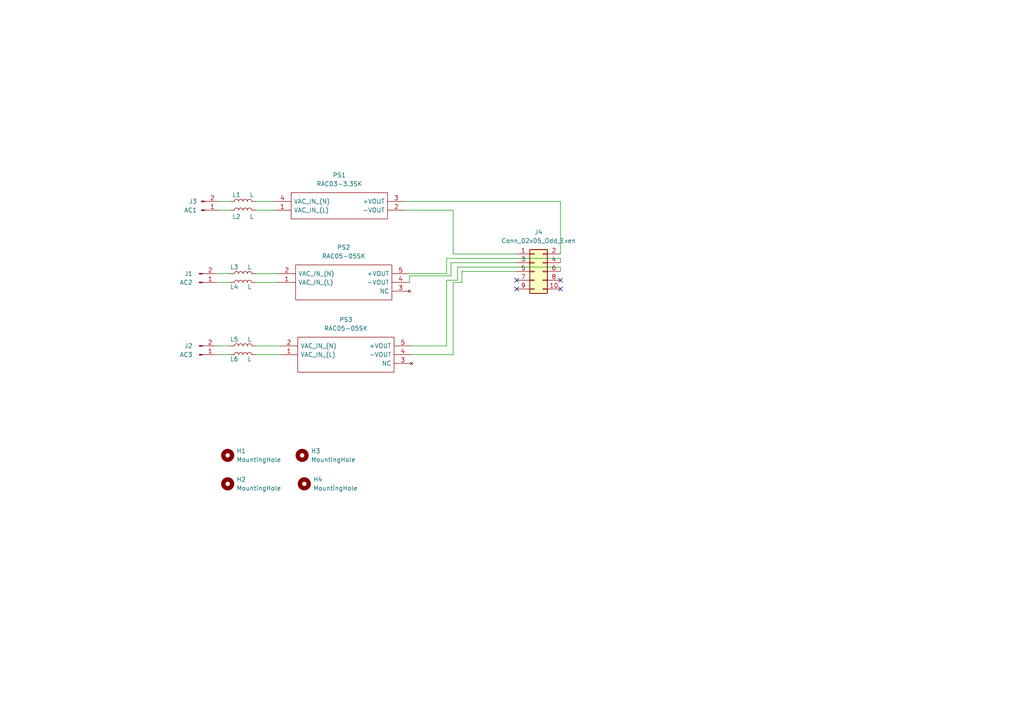
<source format=kicad_sch>
(kicad_sch (version 20211123) (generator eeschema)
  (paper "A4")
  (lib_symbols
    (symbol "Connector:Conn_01x02_Male" (pin_names (offset 1.016) hide)
      (property "Reference" "J" (at 0 2.54 0))
      (property "Value" "Conn_01x02_Male" (at 0 -5.08 0))
      (symbol "Conn_01x02_Male_1_1"
        (polyline (pts (xy 1.27 -2.54) (xy 0.8636 -2.54)) (stroke (width 0.1524)))
        (polyline (pts (xy 1.27 0) (xy 0.8636 0)) (stroke (width 0.1524)))
        (rectangle (start 0.8636 -2.413) (end 0 -2.667) (stroke (width 0.1524)) (fill (type outline)))
        (rectangle (start 0.8636 0.127) (end 0 -0.127) (stroke (width 0.1524)) (fill (type outline)))
        (pin passive line (at 5.08 0 180) (length 3.81) (name "Pin_1") (number "1"))
        (pin passive line (at 5.08 -2.54 180) (length 3.81) (name "Pin_2") (number "2"))
      )
    )
    (symbol "Connector_Generic:Conn_02x05_Odd_Even" (pin_names (offset 1.016) hide)
      (property "Reference" "J" (at 1.27 7.62 0))
      (property "Value" "Conn_02x05_Odd_Even" (at 1.27 -7.62 0))
      (symbol "Conn_02x05_Odd_Even_1_1"
        (rectangle (start -1.27 -4.953) (end 0 -5.207) (stroke (width 0.1524)))
        (rectangle (start -1.27 -2.413) (end 0 -2.667) (stroke (width 0.1524)))
        (rectangle (start -1.27 0.127) (end 0 -0.127) (stroke (width 0.1524)))
        (rectangle (start -1.27 2.667) (end 0 2.413) (stroke (width 0.1524)))
        (rectangle (start -1.27 5.207) (end 0 4.953) (stroke (width 0.1524)))
        (rectangle (start -1.27 6.35) (end 3.81 -6.35) (stroke (width 0.254)) (fill (type background)))
        (rectangle (start 3.81 -4.953) (end 2.54 -5.207) (stroke (width 0.1524)))
        (rectangle (start 3.81 -2.413) (end 2.54 -2.667) (stroke (width 0.1524)))
        (rectangle (start 3.81 0.127) (end 2.54 -0.127) (stroke (width 0.1524)))
        (rectangle (start 3.81 2.667) (end 2.54 2.413) (stroke (width 0.1524)))
        (rectangle (start 3.81 5.207) (end 2.54 4.953) (stroke (width 0.1524)))
        (pin passive line (at -5.08 5.08 0) (length 3.81) (name "Pin_1") (number "1"))
        (pin passive line (at 7.62 -5.08 180) (length 3.81) (name "Pin_10") (number "10"))
        (pin passive line (at 7.62 5.08 180) (length 3.81) (name "Pin_2") (number "2"))
        (pin passive line (at -5.08 2.54 0) (length 3.81) (name "Pin_3") (number "3"))
        (pin passive line (at 7.62 2.54 180) (length 3.81) (name "Pin_4") (number "4"))
        (pin passive line (at -5.08 0 0) (length 3.81) (name "Pin_5") (number "5"))
        (pin passive line (at 7.62 0 180) (length 3.81) (name "Pin_6") (number "6"))
        (pin passive line (at -5.08 -2.54 0) (length 3.81) (name "Pin_7") (number "7"))
        (pin passive line (at 7.62 -2.54 180) (length 3.81) (name "Pin_8") (number "8"))
        (pin passive line (at -5.08 -5.08 0) (length 3.81) (name "Pin_9") (number "9"))
      )
    )
    (symbol "Device:L" (pin_numbers hide) (pin_names (offset 1.016) hide)
      (property "Reference" "L" (at -1.27 0 90))
      (property "Value" "L" (at 1.905 0 90))
      (symbol "L_0_1"
        (arc (start 0 -2.54) (mid 0.635 -1.905) (end 0 -1.27))
        (arc (start 0 -1.27) (mid 0.635 -0.635) (end 0 0))
        (arc (start 0 0) (mid 0.635 0.635) (end 0 1.27))
        (arc (start 0 1.27) (mid 0.635 1.905) (end 0 2.54))
      )
      (symbol "L_1_1"
        (pin passive line (at 0 3.81 270) (length 1.27) (name "1") (number "1"))
        (pin passive line (at 0 -3.81 90) (length 1.27) (name "2") (number "2"))
      )
    )
    (symbol "Mechanical:MountingHole" (pin_names (offset 1.016))
      (property "Reference" "H" (at 0 5.08 0))
      (property "Value" "MountingHole" (at 0 3.175 0))
      (symbol "MountingHole_0_1"
        (circle (center 0 0) (radius 1.27) (stroke (width 1.27)))
      )
    )
    (symbol "RAC03-3.3SK:RAC03-3.3SK" (pin_names (offset 0.762))
      (property "Reference" "PS" (at 34.29 7.62 0))
      (property "Value" "RAC03-3.3SK" (at 34.29 5.08 0))
      (symbol "RAC03-3.3SK_0_0"
        (pin passive line (at 0 -2.54 0) (length 5.08) (name "VAC_IN_(L)") (number "1"))
        (pin passive line (at 38.1 -2.54 180) (length 5.08) (name "-VOUT") (number "2"))
        (pin passive line (at 38.1 0 180) (length 5.08) (name "+VOUT") (number "3"))
        (pin passive line (at 0 0 0) (length 5.08) (name "VAC_IN_(N)") (number "4"))
      )
      (symbol "RAC03-3.3SK_0_1"
        (polyline (pts (xy 5.08 2.54) (xy 33.02 2.54) (xy 33.02 -5.08) (xy 5.08 -5.08) (xy 5.08 2.54)) (stroke (width 0.1524)))
      )
    )
    (symbol "RAC05-05SK:RAC05-05SK" (pin_names (offset 0.762))
      (property "Reference" "PS" (at 34.29 7.62 0))
      (property "Value" "RAC05-05SK" (at 34.29 5.08 0))
      (symbol "RAC05-05SK_0_0"
        (pin passive line (at 0 -2.54 0) (length 5.08) (name "VAC_IN_(L)") (number "1"))
        (pin passive line (at 0 0 0) (length 5.08) (name "VAC_IN_(N)") (number "2"))
        (pin no_connect line (at 38.1 -5.08 180) (length 5.08) (name "NC") (number "3"))
        (pin passive line (at 38.1 -2.54 180) (length 5.08) (name "-VOUT") (number "4"))
        (pin passive line (at 38.1 0 180) (length 5.08) (name "+VOUT") (number "5"))
      )
      (symbol "RAC05-05SK_0_1"
        (polyline (pts (xy 5.08 2.54) (xy 33.02 2.54) (xy 33.02 -7.62) (xy 5.08 -7.62) (xy 5.08 2.54)) (stroke (width 0.1524)))
      )
    )
  )
  (no_connect (at 149.86 81.28))
  (no_connect (at 149.86 83.82))
  (no_connect (at 162.56 83.82))
  (no_connect (at 162.56 81.28))
  (wire (pts (xy 74.295 102.87) (xy 81.28 102.87)))
  (wire (pts (xy 118.745 80.01) (xy 130.81 80.01)))
  (wire (pts (xy 74.295 79.375) (xy 80.645 79.375)))
  (wire (pts (xy 63.5 60.96) (xy 66.675 60.96)))
  (wire (pts (xy 119.38 100.33) (xy 129.54 100.33)))
  (wire (pts (xy 162.56 58.42) (xy 162.56 73.66)))
  (wire (pts (xy 129.54 74.93) (xy 162.56 74.93)))
  (wire (pts (xy 117.475 60.96) (xy 131.445 60.96)))
  (wire (pts (xy 131.445 60.96) (xy 131.445 73.66)))
  (wire (pts (xy 74.295 60.96) (xy 79.375 60.96)))
  (wire (pts (xy 119.38 102.87) (xy 131.445 102.87)))
  (wire (pts (xy 118.745 79.375) (xy 129.54 79.375)))
  (wire (pts (xy 62.865 102.87) (xy 66.675 102.87)))
  (wire (pts (xy 129.54 79.375) (xy 129.54 74.93)))
  (wire (pts (xy 131.445 81.915) (xy 133.985 81.915)))
  (wire (pts (xy 62.865 100.33) (xy 66.675 100.33)))
  (wire (pts (xy 129.54 100.33) (xy 129.54 81.28)))
  (wire (pts (xy 130.81 76.2) (xy 130.81 80.01)))
  (wire (pts (xy 62.865 81.915) (xy 66.675 81.915)))
  (wire (pts (xy 131.445 73.66) (xy 149.86 73.66)))
  (wire (pts (xy 149.86 76.2) (xy 130.81 76.2)))
  (wire (pts (xy 74.295 81.915) (xy 80.645 81.915)))
  (wire (pts (xy 74.295 58.42) (xy 79.375 58.42)))
  (wire (pts (xy 129.54 81.28) (xy 132.715 81.28)))
  (wire (pts (xy 162.56 77.47) (xy 162.56 78.74)))
  (wire (pts (xy 118.745 80.01) (xy 118.745 81.915)))
  (wire (pts (xy 131.445 81.915) (xy 131.445 102.87)))
  (wire (pts (xy 62.865 79.375) (xy 66.675 79.375)))
  (wire (pts (xy 63.5 58.42) (xy 66.675 58.42)))
  (wire (pts (xy 74.295 100.33) (xy 81.28 100.33)))
  (wire (pts (xy 132.715 81.28) (xy 132.715 77.47)))
  (wire (pts (xy 133.985 78.74) (xy 133.985 81.915)))
  (wire (pts (xy 133.985 78.74) (xy 149.86 78.74)))
  (wire (pts (xy 132.715 77.47) (xy 162.56 77.47)))
  (wire (pts (xy 162.56 74.93) (xy 162.56 76.2)))
  (wire (pts (xy 117.475 58.42) (xy 162.56 58.42)))
  (symbol (lib_id "Connector:Conn_01x02_Male") (at 58.42 60.96 0) (mirror x) (unit 1)
    (property "Reference" "J3" (at 57.15 58.4199 0) (effects (justify right)))
    (property "Value" "AC1" (at 57.15 60.9599 0) (effects (justify right)))
    (property "Footprint" "Connector_Molex:Molex_KK-396_A-41791-0002_1x02_P3.96mm_Vertical" (effects hide))
  )
  (symbol (lib_id "Device:L") (at 70.485 100.33 90) (unit 1)
    (property "Reference" "L5" (at 67.945 98.425 90))
    (property "Value" "L" (at 72.39 98.425 90))
    (property "Footprint" "Capacitor_THT:C_Rect_L7.0mm_W3.5mm_P5.00mm" (effects hide))
  )
  (symbol (lib_id "RAC05-05SK:RAC05-05SK") (at 81.28 100.33 0) (unit 1)
    (property "Reference" "PS3" (at 100.33 92.71 0))
    (property "Value" "RAC05-05SK" (at 100.33 95.25 0))
    (property "Footprint" "RAC05-05SK:RAC0505SK" (effects hide))
    (property "Description" "Recom 5W Encapsulated Switch Mode Power Supply, 1A, 5V dc" (effects hide))
    (property "Height" "17.2" (effects hide))
    (property "Mouser Part Number" "919-RAC05-05SK" (effects hide))
    (property "Mouser Price/Stock" "https://www.mouser.co.uk/ProductDetail/RECOM-Power/RAC05-05SK?qs=BZBei1rCqCAuA5d34muF0w%3D%3D" (effects hide))
    (property "Manufacturer_Name" "RECOM Power" (effects hide))
    (property "Manufacturer_Part_Number" "RAC05-05SK" (effects hide))
  )
  (symbol (lib_id "Device:L") (at 70.485 79.375 90) (unit 1)
    (property "Reference" "L3" (at 67.945 77.47 90))
    (property "Value" "L" (at 72.39 77.47 90))
    (property "Footprint" "Capacitor_THT:C_Rect_L7.0mm_W3.5mm_P5.00mm" (effects hide))
  )
  (symbol (lib_id "Connector_Generic:Conn_02x05_Odd_Even") (at 154.94 78.74 0) (unit 1)
    (property "Reference" "J4" (at 156.21 67.31 0))
    (property "Value" "Conn_02x05_Odd_Even" (at 156.21 69.85 0))
    (property "Footprint" "61201021621:SHDR10W64P254_2X5_2036X885X925P" (effects hide))
  )
  (symbol (lib_id "Mechanical:MountingHole") (at 88.265 140.335 90) (unit 1)
    (property "Reference" "H4" (at 90.805 139.0649 90) (effects (justify right)))
    (property "Value" "MountingHole" (at 90.805 141.6049 90) (effects (justify right)))
    (property "Footprint" "MountingHole:MountingHole_3.2mm_M3" (effects hide))
  )
  (symbol (lib_id "Mechanical:MountingHole") (at 87.63 132.08 90) (unit 1)
    (property "Reference" "H3" (at 90.17 130.8099 90) (effects (justify right)))
    (property "Value" "MountingHole" (at 90.17 133.3499 90) (effects (justify right)))
    (property "Footprint" "MountingHole:MountingHole_3.2mm_M3" (effects hide))
  )
  (symbol (lib_id "Device:L") (at 70.485 60.96 90) (unit 1)
    (property "Reference" "L2" (at 68.58 62.865 90))
    (property "Value" "L" (at 73.025 62.865 90))
    (property "Footprint" "Capacitor_THT:C_Rect_L7.0mm_W3.5mm_P5.00mm" (effects hide))
  )
  (symbol (lib_id "Connector:Conn_01x02_Male") (at 57.785 102.87 0) (mirror x) (unit 1)
    (property "Reference" "J2" (at 55.88 100.3299 0) (effects (justify right)))
    (property "Value" "AC3" (at 55.88 102.8699 0) (effects (justify right)))
    (property "Footprint" "Connector_Molex:Molex_KK-396_A-41791-0002_1x02_P3.96mm_Vertical" (effects hide))
  )
  (symbol (lib_id "Connector:Conn_01x02_Male") (at 57.785 81.915 0) (mirror x) (unit 1)
    (property "Reference" "J1" (at 55.88 79.3749 0) (effects (justify right)))
    (property "Value" "AC2" (at 55.88 81.9149 0) (effects (justify right)))
    (property "Footprint" "Connector_Molex:Molex_KK-396_A-41791-0002_1x02_P3.96mm_Vertical" (effects hide))
  )
  (symbol (lib_id "Mechanical:MountingHole") (at 66.04 132.08 90) (unit 1)
    (property "Reference" "H1" (at 68.58 130.8099 90) (effects (justify right)))
    (property "Value" "MountingHole" (at 68.58 133.3499 90) (effects (justify right)))
    (property "Footprint" "MountingHole:MountingHole_3.2mm_M3" (effects hide))
  )
  (symbol (lib_id "Device:L") (at 70.485 102.87 90) (unit 1)
    (property "Reference" "L6" (at 67.945 104.14 90))
    (property "Value" "L" (at 72.39 104.14 90))
    (property "Footprint" "Capacitor_THT:C_Rect_L7.0mm_W3.5mm_P5.00mm" (effects hide))
  )
  (symbol (lib_id "RAC03-3.3SK:RAC03-3.3SK") (at 79.375 58.42 0) (unit 1)
    (property "Reference" "PS1" (at 98.425 50.8 0))
    (property "Value" "RAC03-3.3SK" (at 98.425 53.34 0))
    (property "Footprint" "RAC03-3.3SK:RAC0305SK" (effects hide))
    (property "Datasheet" "https://recom-power.com/pdf/Powerline_AC-DC/RAC03-K.pdf" (effects hide))
    (property "Description" "AC/DC Power Modules 3W 85-264Vin 3.3Vout 900mA" (effects hide))
    (property "Height" "18.4" (effects hide))
    (property "Mouser Part Number" "919-RAC03-3.3SK" (effects hide))
    (property "Mouser Price/Stock" "https://www.mouser.co.uk/ProductDetail/RECOM-Power/RAC03-3.3SK?qs=EBDBlbfErPyS11fagCV%252BCw%3D%3D" (effects hide))
    (property "Manufacturer_Name" "RECOM Power" (effects hide))
    (property "Manufacturer_Part_Number" "RAC03-3.3SK" (effects hide))
  )
  (symbol (lib_id "RAC05-05SK:RAC05-05SK") (at 80.645 79.375 0) (unit 1)
    (property "Reference" "PS2" (at 99.695 71.755 0))
    (property "Value" "RAC05-05SK" (at 99.695 74.295 0))
    (property "Footprint" "RAC05-05SK:RAC0505SK" (effects hide))
    (property "Description" "Recom 5W Encapsulated Switch Mode Power Supply, 1A, 5V dc" (effects hide))
    (property "Height" "17.2" (effects hide))
    (property "Mouser Part Number" "919-RAC05-05SK" (effects hide))
    (property "Mouser Price/Stock" "https://www.mouser.co.uk/ProductDetail/RECOM-Power/RAC05-05SK?qs=BZBei1rCqCAuA5d34muF0w%3D%3D" (effects hide))
    (property "Manufacturer_Name" "RECOM Power" (effects hide))
    (property "Manufacturer_Part_Number" "RAC05-05SK" (effects hide))
  )
  (symbol (lib_id "Device:L") (at 70.485 81.915 90) (unit 1)
    (property "Reference" "L4" (at 67.945 83.185 90))
    (property "Value" "L" (at 72.39 83.185 90))
    (property "Footprint" "Capacitor_THT:C_Rect_L7.0mm_W3.5mm_P5.00mm" (effects hide))
  )
  (symbol (lib_id "Device:L") (at 70.485 58.42 90) (unit 1)
    (property "Reference" "L1" (at 68.58 56.515 90))
    (property "Value" "L" (at 73.025 56.515 90))
    (property "Footprint" "Capacitor_THT:C_Rect_L7.0mm_W3.5mm_P5.00mm" (effects hide))
  )
  (symbol (lib_id "Mechanical:MountingHole") (at 66.04 140.335 90) (unit 1)
    (property "Reference" "H2" (at 68.58 139.0649 90) (effects (justify right)))
    (property "Value" "MountingHole" (at 68.58 141.6049 90) (effects (justify right)))
    (property "Footprint" "MountingHole:MountingHole_3.2mm_M3" (effects hide))
  )
)
</source>
